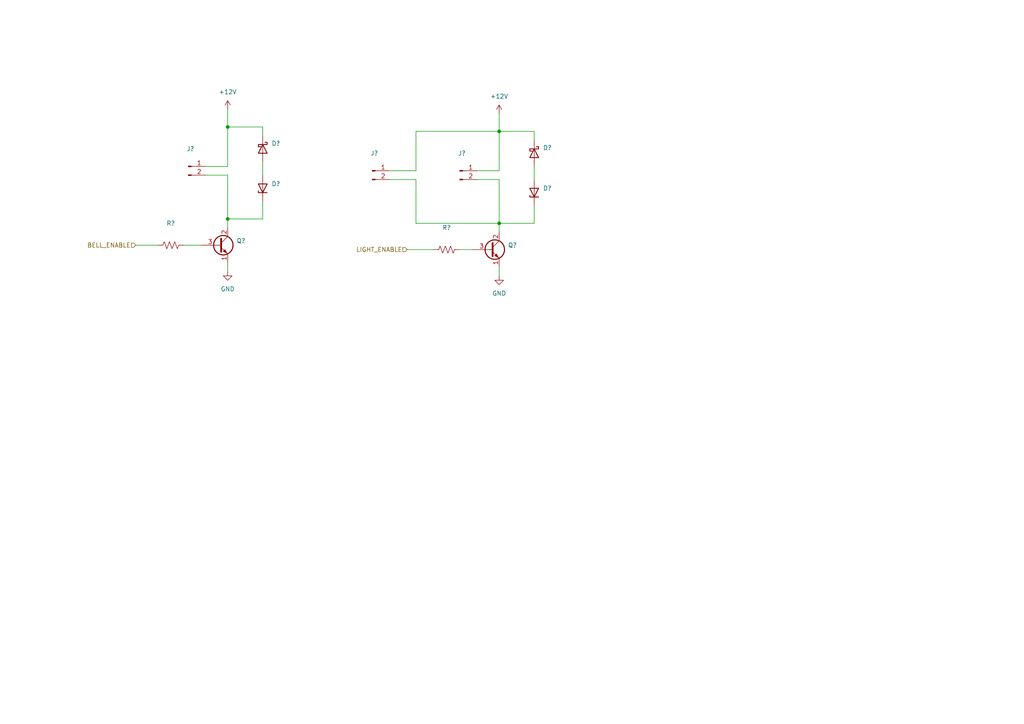
<source format=kicad_sch>
(kicad_sch (version 20211123) (generator eeschema)

  (uuid c9718a95-dc19-4cb1-93fb-3b69da734db6)

  (paper "A4")

  (lib_symbols
    (symbol "Connector:Conn_01x02_Male" (pin_names (offset 1.016) hide) (in_bom yes) (on_board yes)
      (property "Reference" "J" (id 0) (at 0 2.54 0)
        (effects (font (size 1.27 1.27)))
      )
      (property "Value" "Conn_01x02_Male" (id 1) (at 0 -5.08 0)
        (effects (font (size 1.27 1.27)))
      )
      (property "Footprint" "" (id 2) (at 0 0 0)
        (effects (font (size 1.27 1.27)) hide)
      )
      (property "Datasheet" "~" (id 3) (at 0 0 0)
        (effects (font (size 1.27 1.27)) hide)
      )
      (property "ki_keywords" "connector" (id 4) (at 0 0 0)
        (effects (font (size 1.27 1.27)) hide)
      )
      (property "ki_description" "Generic connector, single row, 01x02, script generated (kicad-library-utils/schlib/autogen/connector/)" (id 5) (at 0 0 0)
        (effects (font (size 1.27 1.27)) hide)
      )
      (property "ki_fp_filters" "Connector*:*_1x??_*" (id 6) (at 0 0 0)
        (effects (font (size 1.27 1.27)) hide)
      )
      (symbol "Conn_01x02_Male_1_1"
        (polyline
          (pts
            (xy 1.27 -2.54)
            (xy 0.8636 -2.54)
          )
          (stroke (width 0.1524) (type default) (color 0 0 0 0))
          (fill (type none))
        )
        (polyline
          (pts
            (xy 1.27 0)
            (xy 0.8636 0)
          )
          (stroke (width 0.1524) (type default) (color 0 0 0 0))
          (fill (type none))
        )
        (rectangle (start 0.8636 -2.413) (end 0 -2.667)
          (stroke (width 0.1524) (type default) (color 0 0 0 0))
          (fill (type outline))
        )
        (rectangle (start 0.8636 0.127) (end 0 -0.127)
          (stroke (width 0.1524) (type default) (color 0 0 0 0))
          (fill (type outline))
        )
        (pin passive line (at 5.08 0 180) (length 3.81)
          (name "Pin_1" (effects (font (size 1.27 1.27))))
          (number "1" (effects (font (size 1.27 1.27))))
        )
        (pin passive line (at 5.08 -2.54 180) (length 3.81)
          (name "Pin_2" (effects (font (size 1.27 1.27))))
          (number "2" (effects (font (size 1.27 1.27))))
        )
      )
    )
    (symbol "Device:D_Schottky" (pin_numbers hide) (pin_names (offset 1.016) hide) (in_bom yes) (on_board yes)
      (property "Reference" "D" (id 0) (at 0 2.54 0)
        (effects (font (size 1.27 1.27)))
      )
      (property "Value" "D_Schottky" (id 1) (at 0 -2.54 0)
        (effects (font (size 1.27 1.27)))
      )
      (property "Footprint" "" (id 2) (at 0 0 0)
        (effects (font (size 1.27 1.27)) hide)
      )
      (property "Datasheet" "~" (id 3) (at 0 0 0)
        (effects (font (size 1.27 1.27)) hide)
      )
      (property "ki_keywords" "diode Schottky" (id 4) (at 0 0 0)
        (effects (font (size 1.27 1.27)) hide)
      )
      (property "ki_description" "Schottky diode" (id 5) (at 0 0 0)
        (effects (font (size 1.27 1.27)) hide)
      )
      (property "ki_fp_filters" "TO-???* *_Diode_* *SingleDiode* D_*" (id 6) (at 0 0 0)
        (effects (font (size 1.27 1.27)) hide)
      )
      (symbol "D_Schottky_0_1"
        (polyline
          (pts
            (xy 1.27 0)
            (xy -1.27 0)
          )
          (stroke (width 0) (type default) (color 0 0 0 0))
          (fill (type none))
        )
        (polyline
          (pts
            (xy 1.27 1.27)
            (xy 1.27 -1.27)
            (xy -1.27 0)
            (xy 1.27 1.27)
          )
          (stroke (width 0.254) (type default) (color 0 0 0 0))
          (fill (type none))
        )
        (polyline
          (pts
            (xy -1.905 0.635)
            (xy -1.905 1.27)
            (xy -1.27 1.27)
            (xy -1.27 -1.27)
            (xy -0.635 -1.27)
            (xy -0.635 -0.635)
          )
          (stroke (width 0.254) (type default) (color 0 0 0 0))
          (fill (type none))
        )
      )
      (symbol "D_Schottky_1_1"
        (pin passive line (at -3.81 0 0) (length 2.54)
          (name "K" (effects (font (size 1.27 1.27))))
          (number "1" (effects (font (size 1.27 1.27))))
        )
        (pin passive line (at 3.81 0 180) (length 2.54)
          (name "A" (effects (font (size 1.27 1.27))))
          (number "2" (effects (font (size 1.27 1.27))))
        )
      )
    )
    (symbol "Device:D_Zener" (pin_numbers hide) (pin_names (offset 1.016) hide) (in_bom yes) (on_board yes)
      (property "Reference" "D" (id 0) (at 0 2.54 0)
        (effects (font (size 1.27 1.27)))
      )
      (property "Value" "D_Zener" (id 1) (at 0 -2.54 0)
        (effects (font (size 1.27 1.27)))
      )
      (property "Footprint" "" (id 2) (at 0 0 0)
        (effects (font (size 1.27 1.27)) hide)
      )
      (property "Datasheet" "~" (id 3) (at 0 0 0)
        (effects (font (size 1.27 1.27)) hide)
      )
      (property "ki_keywords" "diode" (id 4) (at 0 0 0)
        (effects (font (size 1.27 1.27)) hide)
      )
      (property "ki_description" "Zener diode" (id 5) (at 0 0 0)
        (effects (font (size 1.27 1.27)) hide)
      )
      (property "ki_fp_filters" "TO-???* *_Diode_* *SingleDiode* D_*" (id 6) (at 0 0 0)
        (effects (font (size 1.27 1.27)) hide)
      )
      (symbol "D_Zener_0_1"
        (polyline
          (pts
            (xy 1.27 0)
            (xy -1.27 0)
          )
          (stroke (width 0) (type default) (color 0 0 0 0))
          (fill (type none))
        )
        (polyline
          (pts
            (xy -1.27 -1.27)
            (xy -1.27 1.27)
            (xy -0.762 1.27)
          )
          (stroke (width 0.254) (type default) (color 0 0 0 0))
          (fill (type none))
        )
        (polyline
          (pts
            (xy 1.27 -1.27)
            (xy 1.27 1.27)
            (xy -1.27 0)
            (xy 1.27 -1.27)
          )
          (stroke (width 0.254) (type default) (color 0 0 0 0))
          (fill (type none))
        )
      )
      (symbol "D_Zener_1_1"
        (pin passive line (at -3.81 0 0) (length 2.54)
          (name "K" (effects (font (size 1.27 1.27))))
          (number "1" (effects (font (size 1.27 1.27))))
        )
        (pin passive line (at 3.81 0 180) (length 2.54)
          (name "A" (effects (font (size 1.27 1.27))))
          (number "2" (effects (font (size 1.27 1.27))))
        )
      )
    )
    (symbol "Device:R_US" (pin_numbers hide) (pin_names (offset 0)) (in_bom yes) (on_board yes)
      (property "Reference" "R" (id 0) (at 2.54 0 90)
        (effects (font (size 1.27 1.27)))
      )
      (property "Value" "R_US" (id 1) (at -2.54 0 90)
        (effects (font (size 1.27 1.27)))
      )
      (property "Footprint" "" (id 2) (at 1.016 -0.254 90)
        (effects (font (size 1.27 1.27)) hide)
      )
      (property "Datasheet" "~" (id 3) (at 0 0 0)
        (effects (font (size 1.27 1.27)) hide)
      )
      (property "ki_keywords" "R res resistor" (id 4) (at 0 0 0)
        (effects (font (size 1.27 1.27)) hide)
      )
      (property "ki_description" "Resistor, US symbol" (id 5) (at 0 0 0)
        (effects (font (size 1.27 1.27)) hide)
      )
      (property "ki_fp_filters" "R_*" (id 6) (at 0 0 0)
        (effects (font (size 1.27 1.27)) hide)
      )
      (symbol "R_US_0_1"
        (polyline
          (pts
            (xy 0 -2.286)
            (xy 0 -2.54)
          )
          (stroke (width 0) (type default) (color 0 0 0 0))
          (fill (type none))
        )
        (polyline
          (pts
            (xy 0 2.286)
            (xy 0 2.54)
          )
          (stroke (width 0) (type default) (color 0 0 0 0))
          (fill (type none))
        )
        (polyline
          (pts
            (xy 0 -0.762)
            (xy 1.016 -1.143)
            (xy 0 -1.524)
            (xy -1.016 -1.905)
            (xy 0 -2.286)
          )
          (stroke (width 0) (type default) (color 0 0 0 0))
          (fill (type none))
        )
        (polyline
          (pts
            (xy 0 0.762)
            (xy 1.016 0.381)
            (xy 0 0)
            (xy -1.016 -0.381)
            (xy 0 -0.762)
          )
          (stroke (width 0) (type default) (color 0 0 0 0))
          (fill (type none))
        )
        (polyline
          (pts
            (xy 0 2.286)
            (xy 1.016 1.905)
            (xy 0 1.524)
            (xy -1.016 1.143)
            (xy 0 0.762)
          )
          (stroke (width 0) (type default) (color 0 0 0 0))
          (fill (type none))
        )
      )
      (symbol "R_US_1_1"
        (pin passive line (at 0 3.81 270) (length 1.27)
          (name "~" (effects (font (size 1.27 1.27))))
          (number "1" (effects (font (size 1.27 1.27))))
        )
        (pin passive line (at 0 -3.81 90) (length 1.27)
          (name "~" (effects (font (size 1.27 1.27))))
          (number "2" (effects (font (size 1.27 1.27))))
        )
      )
    )
    (symbol "Transistor_BJT:BD139" (pin_names (offset 0) hide) (in_bom yes) (on_board yes)
      (property "Reference" "Q" (id 0) (at 5.08 1.905 0)
        (effects (font (size 1.27 1.27)) (justify left))
      )
      (property "Value" "BD139" (id 1) (at 5.08 0 0)
        (effects (font (size 1.27 1.27)) (justify left))
      )
      (property "Footprint" "Package_TO_SOT_THT:TO-126-3_Vertical" (id 2) (at 5.08 -1.905 0)
        (effects (font (size 1.27 1.27) italic) (justify left) hide)
      )
      (property "Datasheet" "http://www.st.com/internet/com/TECHNICAL_RESOURCES/TECHNICAL_LITERATURE/DATASHEET/CD00001225.pdf" (id 3) (at 0 0 0)
        (effects (font (size 1.27 1.27)) (justify left) hide)
      )
      (property "ki_keywords" "Low Voltage Transistor" (id 4) (at 0 0 0)
        (effects (font (size 1.27 1.27)) hide)
      )
      (property "ki_description" "1.5A Ic, 80V Vce, Low Voltage Transistor, TO-126" (id 5) (at 0 0 0)
        (effects (font (size 1.27 1.27)) hide)
      )
      (property "ki_fp_filters" "TO?126*" (id 6) (at 0 0 0)
        (effects (font (size 1.27 1.27)) hide)
      )
      (symbol "BD139_0_1"
        (polyline
          (pts
            (xy 0 0)
            (xy 0.635 0)
          )
          (stroke (width 0) (type default) (color 0 0 0 0))
          (fill (type none))
        )
        (polyline
          (pts
            (xy 2.54 -2.54)
            (xy 0.635 -0.635)
          )
          (stroke (width 0) (type default) (color 0 0 0 0))
          (fill (type none))
        )
        (polyline
          (pts
            (xy 2.54 2.54)
            (xy 0.635 0.635)
          )
          (stroke (width 0) (type default) (color 0 0 0 0))
          (fill (type none))
        )
        (polyline
          (pts
            (xy 0.635 1.905)
            (xy 0.635 -1.905)
            (xy 0.635 -1.905)
          )
          (stroke (width 0.508) (type default) (color 0 0 0 0))
          (fill (type outline))
        )
        (polyline
          (pts
            (xy 1.2446 -1.778)
            (xy 1.7526 -1.27)
            (xy 2.286 -2.286)
            (xy 1.2446 -1.778)
            (xy 1.2446 -1.778)
          )
          (stroke (width 0) (type default) (color 0 0 0 0))
          (fill (type outline))
        )
        (circle (center 1.27 0) (radius 2.8194)
          (stroke (width 0.3048) (type default) (color 0 0 0 0))
          (fill (type none))
        )
      )
      (symbol "BD139_1_1"
        (pin passive line (at 2.54 -5.08 90) (length 2.54)
          (name "E" (effects (font (size 1.27 1.27))))
          (number "1" (effects (font (size 1.27 1.27))))
        )
        (pin passive line (at 2.54 5.08 270) (length 2.54)
          (name "C" (effects (font (size 1.27 1.27))))
          (number "2" (effects (font (size 1.27 1.27))))
        )
        (pin input line (at -5.08 0 0) (length 5.08)
          (name "B" (effects (font (size 1.27 1.27))))
          (number "3" (effects (font (size 1.27 1.27))))
        )
      )
    )
    (symbol "power:+12V" (power) (pin_names (offset 0)) (in_bom yes) (on_board yes)
      (property "Reference" "#PWR" (id 0) (at 0 -3.81 0)
        (effects (font (size 1.27 1.27)) hide)
      )
      (property "Value" "+12V" (id 1) (at 0 3.556 0)
        (effects (font (size 1.27 1.27)))
      )
      (property "Footprint" "" (id 2) (at 0 0 0)
        (effects (font (size 1.27 1.27)) hide)
      )
      (property "Datasheet" "" (id 3) (at 0 0 0)
        (effects (font (size 1.27 1.27)) hide)
      )
      (property "ki_keywords" "power-flag" (id 4) (at 0 0 0)
        (effects (font (size 1.27 1.27)) hide)
      )
      (property "ki_description" "Power symbol creates a global label with name \"+12V\"" (id 5) (at 0 0 0)
        (effects (font (size 1.27 1.27)) hide)
      )
      (symbol "+12V_0_1"
        (polyline
          (pts
            (xy -0.762 1.27)
            (xy 0 2.54)
          )
          (stroke (width 0) (type default) (color 0 0 0 0))
          (fill (type none))
        )
        (polyline
          (pts
            (xy 0 0)
            (xy 0 2.54)
          )
          (stroke (width 0) (type default) (color 0 0 0 0))
          (fill (type none))
        )
        (polyline
          (pts
            (xy 0 2.54)
            (xy 0.762 1.27)
          )
          (stroke (width 0) (type default) (color 0 0 0 0))
          (fill (type none))
        )
      )
      (symbol "+12V_1_1"
        (pin power_in line (at 0 0 90) (length 0) hide
          (name "+12V" (effects (font (size 1.27 1.27))))
          (number "1" (effects (font (size 1.27 1.27))))
        )
      )
    )
    (symbol "power:GND" (power) (pin_names (offset 0)) (in_bom yes) (on_board yes)
      (property "Reference" "#PWR" (id 0) (at 0 -6.35 0)
        (effects (font (size 1.27 1.27)) hide)
      )
      (property "Value" "GND" (id 1) (at 0 -3.81 0)
        (effects (font (size 1.27 1.27)))
      )
      (property "Footprint" "" (id 2) (at 0 0 0)
        (effects (font (size 1.27 1.27)) hide)
      )
      (property "Datasheet" "" (id 3) (at 0 0 0)
        (effects (font (size 1.27 1.27)) hide)
      )
      (property "ki_keywords" "power-flag" (id 4) (at 0 0 0)
        (effects (font (size 1.27 1.27)) hide)
      )
      (property "ki_description" "Power symbol creates a global label with name \"GND\" , ground" (id 5) (at 0 0 0)
        (effects (font (size 1.27 1.27)) hide)
      )
      (symbol "GND_0_1"
        (polyline
          (pts
            (xy 0 0)
            (xy 0 -1.27)
            (xy 1.27 -1.27)
            (xy 0 -2.54)
            (xy -1.27 -1.27)
            (xy 0 -1.27)
          )
          (stroke (width 0) (type default) (color 0 0 0 0))
          (fill (type none))
        )
      )
      (symbol "GND_1_1"
        (pin power_in line (at 0 0 270) (length 0) hide
          (name "GND" (effects (font (size 1.27 1.27))))
          (number "1" (effects (font (size 1.27 1.27))))
        )
      )
    )
  )

  (junction (at 144.78 64.77) (diameter 0) (color 0 0 0 0)
    (uuid 12c69305-bbdb-48f0-9560-9659ce0fa116)
  )
  (junction (at 66.04 36.83) (diameter 0) (color 0 0 0 0)
    (uuid 3498347e-04dc-44a2-a653-0645600260a7)
  )
  (junction (at 66.04 63.5) (diameter 0) (color 0 0 0 0)
    (uuid 7e277dde-5ee0-4455-aaf3-c4b1f6bf198b)
  )
  (junction (at 144.78 38.1) (diameter 0) (color 0 0 0 0)
    (uuid c16f30a4-ef56-4a8f-94f4-0a009d0f4732)
  )

  (wire (pts (xy 113.03 52.07) (xy 120.65 52.07))
    (stroke (width 0) (type default) (color 0 0 0 0))
    (uuid 00d0cbae-fd80-406b-8dfb-f4ec468a44b1)
  )
  (wire (pts (xy 66.04 76.2) (xy 66.04 78.74))
    (stroke (width 0) (type default) (color 0 0 0 0))
    (uuid 07ebf787-61f1-419e-a2ef-b3c9954ebab3)
  )
  (wire (pts (xy 76.2 63.5) (xy 66.04 63.5))
    (stroke (width 0) (type default) (color 0 0 0 0))
    (uuid 0aa5ee5a-02f5-4237-abea-cf37dfa3f820)
  )
  (wire (pts (xy 76.2 36.83) (xy 76.2 39.37))
    (stroke (width 0) (type default) (color 0 0 0 0))
    (uuid 0abab49a-f63a-4a53-a2da-3bd8f5ef6b77)
  )
  (wire (pts (xy 120.65 38.1) (xy 120.65 49.53))
    (stroke (width 0) (type default) (color 0 0 0 0))
    (uuid 112738c2-36cf-441b-be9e-7963f5bd2f17)
  )
  (wire (pts (xy 154.94 48.26) (xy 154.94 52.07))
    (stroke (width 0) (type default) (color 0 0 0 0))
    (uuid 17d2eb70-9709-44a6-a92b-7d351b1f1510)
  )
  (wire (pts (xy 144.78 77.47) (xy 144.78 80.01))
    (stroke (width 0) (type default) (color 0 0 0 0))
    (uuid 198e0c0e-020c-44f3-b99d-ed950784bf00)
  )
  (wire (pts (xy 53.34 71.12) (xy 58.42 71.12))
    (stroke (width 0) (type default) (color 0 0 0 0))
    (uuid 1deb7650-2481-475a-96f3-15c2cbae23b7)
  )
  (wire (pts (xy 144.78 52.07) (xy 144.78 64.77))
    (stroke (width 0) (type default) (color 0 0 0 0))
    (uuid 27047728-10d8-4d86-9035-d648c65cda6e)
  )
  (wire (pts (xy 120.65 49.53) (xy 113.03 49.53))
    (stroke (width 0) (type default) (color 0 0 0 0))
    (uuid 2c26548f-9ebe-44b9-8c46-8b756299aa4b)
  )
  (wire (pts (xy 144.78 38.1) (xy 154.94 38.1))
    (stroke (width 0) (type default) (color 0 0 0 0))
    (uuid 2e2de21d-20bd-4b1f-b7b6-9e824e88c150)
  )
  (wire (pts (xy 133.35 72.39) (xy 137.16 72.39))
    (stroke (width 0) (type default) (color 0 0 0 0))
    (uuid 3d36c45d-e58a-491c-8972-c3fe58b3f89c)
  )
  (wire (pts (xy 154.94 38.1) (xy 154.94 40.64))
    (stroke (width 0) (type default) (color 0 0 0 0))
    (uuid 4f0b8eff-de89-418a-8708-3b510d553d6e)
  )
  (wire (pts (xy 154.94 59.69) (xy 154.94 64.77))
    (stroke (width 0) (type default) (color 0 0 0 0))
    (uuid 5192a098-1376-461e-961e-f9facbeb704c)
  )
  (wire (pts (xy 39.37 71.12) (xy 45.72 71.12))
    (stroke (width 0) (type default) (color 0 0 0 0))
    (uuid 57349d4e-620a-4a6b-afea-6d60e8ad0f5b)
  )
  (wire (pts (xy 144.78 64.77) (xy 144.78 67.31))
    (stroke (width 0) (type default) (color 0 0 0 0))
    (uuid 573ea234-5957-45d7-b574-40fdafbb4629)
  )
  (wire (pts (xy 154.94 64.77) (xy 144.78 64.77))
    (stroke (width 0) (type default) (color 0 0 0 0))
    (uuid 5b1bf2d4-0b17-434d-a07b-8290e04bdd5e)
  )
  (wire (pts (xy 120.65 64.77) (xy 144.78 64.77))
    (stroke (width 0) (type default) (color 0 0 0 0))
    (uuid 5bbd4348-b1ab-45f7-a92d-e619b76c4e89)
  )
  (wire (pts (xy 59.69 50.8) (xy 66.04 50.8))
    (stroke (width 0) (type default) (color 0 0 0 0))
    (uuid 60ae2b76-e619-4f47-b08e-2066f925aa25)
  )
  (wire (pts (xy 66.04 50.8) (xy 66.04 63.5))
    (stroke (width 0) (type default) (color 0 0 0 0))
    (uuid 6a70c795-94a7-4115-b5d6-ce6e0354faf0)
  )
  (wire (pts (xy 144.78 38.1) (xy 144.78 49.53))
    (stroke (width 0) (type default) (color 0 0 0 0))
    (uuid 73529a83-b2f7-494d-b818-fb9af237fbff)
  )
  (wire (pts (xy 66.04 31.75) (xy 66.04 36.83))
    (stroke (width 0) (type default) (color 0 0 0 0))
    (uuid 765a1389-89ea-49f7-b1df-77fb0c0de4be)
  )
  (wire (pts (xy 120.65 52.07) (xy 120.65 64.77))
    (stroke (width 0) (type default) (color 0 0 0 0))
    (uuid 847cca63-ec74-428d-b8da-68b3323fff08)
  )
  (wire (pts (xy 66.04 36.83) (xy 66.04 48.26))
    (stroke (width 0) (type default) (color 0 0 0 0))
    (uuid 89e0d612-6de0-4349-a65a-148d12d186e1)
  )
  (wire (pts (xy 118.11 72.39) (xy 125.73 72.39))
    (stroke (width 0) (type default) (color 0 0 0 0))
    (uuid 8ce326c8-d395-47e1-8c4d-81010c3bd759)
  )
  (wire (pts (xy 66.04 48.26) (xy 59.69 48.26))
    (stroke (width 0) (type default) (color 0 0 0 0))
    (uuid 981a59c6-1718-499d-b7e9-22b116f7349c)
  )
  (wire (pts (xy 66.04 63.5) (xy 66.04 66.04))
    (stroke (width 0) (type default) (color 0 0 0 0))
    (uuid a2d38e9c-1aca-435b-a560-a389ffa543c0)
  )
  (wire (pts (xy 144.78 49.53) (xy 138.43 49.53))
    (stroke (width 0) (type default) (color 0 0 0 0))
    (uuid aff5f026-a1b0-4b6e-947e-5577a7d2b1e3)
  )
  (wire (pts (xy 138.43 52.07) (xy 144.78 52.07))
    (stroke (width 0) (type default) (color 0 0 0 0))
    (uuid b117bb70-9d79-4a8f-a506-9d1b03cbfe12)
  )
  (wire (pts (xy 76.2 58.42) (xy 76.2 63.5))
    (stroke (width 0) (type default) (color 0 0 0 0))
    (uuid b8573c4e-349b-49df-954e-c964bae16a1e)
  )
  (wire (pts (xy 66.04 36.83) (xy 76.2 36.83))
    (stroke (width 0) (type default) (color 0 0 0 0))
    (uuid ca9cebaa-bf76-4f48-8778-9108c0b461d2)
  )
  (wire (pts (xy 144.78 38.1) (xy 120.65 38.1))
    (stroke (width 0) (type default) (color 0 0 0 0))
    (uuid d43d542a-63d5-46a0-b59f-55c966ea51ab)
  )
  (wire (pts (xy 76.2 46.99) (xy 76.2 50.8))
    (stroke (width 0) (type default) (color 0 0 0 0))
    (uuid eaac0a93-39f9-40b6-beb9-63525a78e4eb)
  )
  (wire (pts (xy 144.78 33.02) (xy 144.78 38.1))
    (stroke (width 0) (type default) (color 0 0 0 0))
    (uuid f773ca47-1ab7-4db2-8b88-4a05d84ed056)
  )

  (hierarchical_label "BELL_ENABLE" (shape input) (at 39.37 71.12 180)
    (effects (font (size 1.27 1.27)) (justify right))
    (uuid a1fdd41b-007f-4afa-a7ad-2cfe446c45fc)
  )
  (hierarchical_label "LIGHT_ENABLE" (shape input) (at 118.11 72.39 180)
    (effects (font (size 1.27 1.27)) (justify right))
    (uuid b731e7da-94e7-47ab-95d0-83b6fda8c29b)
  )

  (symbol (lib_id "power:+12V") (at 66.04 31.75 0) (unit 1)
    (in_bom yes) (on_board yes) (fields_autoplaced)
    (uuid 15cbfe22-19fd-4748-ae50-82318bb1c91c)
    (property "Reference" "#PWR?" (id 0) (at 66.04 35.56 0)
      (effects (font (size 1.27 1.27)) hide)
    )
    (property "Value" "" (id 1) (at 66.04 26.67 0))
    (property "Footprint" "" (id 2) (at 66.04 31.75 0)
      (effects (font (size 1.27 1.27)) hide)
    )
    (property "Datasheet" "" (id 3) (at 66.04 31.75 0)
      (effects (font (size 1.27 1.27)) hide)
    )
    (pin "1" (uuid fb9c4eb0-c0c2-4d3e-ad87-ac3cb0f56669))
  )

  (symbol (lib_id "Transistor_BJT:BD139") (at 142.24 72.39 0) (unit 1)
    (in_bom yes) (on_board yes) (fields_autoplaced)
    (uuid 1a8af767-723f-47b6-8703-06556a19dcbc)
    (property "Reference" "Q?" (id 0) (at 147.32 71.1199 0)
      (effects (font (size 1.27 1.27)) (justify left))
    )
    (property "Value" "" (id 1) (at 147.32 73.6599 0)
      (effects (font (size 1.27 1.27)) (justify left))
    )
    (property "Footprint" "" (id 2) (at 147.32 74.295 0)
      (effects (font (size 1.27 1.27) italic) (justify left) hide)
    )
    (property "Datasheet" "http://www.st.com/internet/com/TECHNICAL_RESOURCES/TECHNICAL_LITERATURE/DATASHEET/CD00001225.pdf" (id 3) (at 142.24 72.39 0)
      (effects (font (size 1.27 1.27)) (justify left) hide)
    )
    (pin "1" (uuid 2bda0b4b-f328-4e1f-8574-8ebdaeff65f0))
    (pin "2" (uuid dcbdd28a-6376-4385-a819-1646f944b559))
    (pin "3" (uuid e5465bf9-d6b5-482b-b796-5928a04a6917))
  )

  (symbol (lib_id "Device:D_Zener") (at 154.94 55.88 90) (unit 1)
    (in_bom yes) (on_board yes) (fields_autoplaced)
    (uuid 1b562afa-5d99-4ff8-a899-132bd5bcb85c)
    (property "Reference" "D?" (id 0) (at 157.48 54.6099 90)
      (effects (font (size 1.27 1.27)) (justify right))
    )
    (property "Value" "" (id 1) (at 157.48 57.1499 90)
      (effects (font (size 1.27 1.27)) (justify right))
    )
    (property "Footprint" "" (id 2) (at 154.94 55.88 0)
      (effects (font (size 1.27 1.27)) hide)
    )
    (property "Datasheet" "~" (id 3) (at 154.94 55.88 0)
      (effects (font (size 1.27 1.27)) hide)
    )
    (property "MPN" "1N5349" (id 4) (at 154.94 55.88 0)
      (effects (font (size 1.27 1.27)) hide)
    )
    (pin "1" (uuid 13538218-3da5-4324-82f5-e025320be438))
    (pin "2" (uuid a798e1ab-c5e4-447d-b517-633f13fcfc2a))
  )

  (symbol (lib_id "Connector:Conn_01x02_Male") (at 107.95 49.53 0) (unit 1)
    (in_bom yes) (on_board yes) (fields_autoplaced)
    (uuid 41a8adea-2e0b-4467-bb47-2ac524e92682)
    (property "Reference" "J?" (id 0) (at 108.585 44.45 0))
    (property "Value" "" (id 1) (at 108.585 46.99 0))
    (property "Footprint" "" (id 2) (at 107.95 49.53 0)
      (effects (font (size 1.27 1.27)) hide)
    )
    (property "Datasheet" "~" (id 3) (at 107.95 49.53 0)
      (effects (font (size 1.27 1.27)) hide)
    )
    (pin "1" (uuid 63c63242-dabf-4675-b71e-4068b39cb9bb))
    (pin "2" (uuid 9ca25078-3efd-47f9-9122-633284eb2a37))
  )

  (symbol (lib_id "Transistor_BJT:BD139") (at 63.5 71.12 0) (unit 1)
    (in_bom yes) (on_board yes) (fields_autoplaced)
    (uuid 5ef3b2fd-2e7c-4931-b027-1cd4b6fe30c2)
    (property "Reference" "Q?" (id 0) (at 68.58 69.8499 0)
      (effects (font (size 1.27 1.27)) (justify left))
    )
    (property "Value" "" (id 1) (at 68.58 72.3899 0)
      (effects (font (size 1.27 1.27)) (justify left))
    )
    (property "Footprint" "" (id 2) (at 68.58 73.025 0)
      (effects (font (size 1.27 1.27) italic) (justify left) hide)
    )
    (property "Datasheet" "http://www.st.com/internet/com/TECHNICAL_RESOURCES/TECHNICAL_LITERATURE/DATASHEET/CD00001225.pdf" (id 3) (at 63.5 71.12 0)
      (effects (font (size 1.27 1.27)) (justify left) hide)
    )
    (pin "1" (uuid 767dcef3-cb06-4d1e-b4f2-3d2936187820))
    (pin "2" (uuid 60b8b3da-ef77-44e4-913b-5cd5d604f431))
    (pin "3" (uuid 86b20541-2277-4a16-85d0-13a1c965b307))
  )

  (symbol (lib_id "power:+12V") (at 144.78 33.02 0) (unit 1)
    (in_bom yes) (on_board yes) (fields_autoplaced)
    (uuid 6f42346e-285f-4db5-b117-e7fd200ead37)
    (property "Reference" "#PWR?" (id 0) (at 144.78 36.83 0)
      (effects (font (size 1.27 1.27)) hide)
    )
    (property "Value" "" (id 1) (at 144.78 27.94 0))
    (property "Footprint" "" (id 2) (at 144.78 33.02 0)
      (effects (font (size 1.27 1.27)) hide)
    )
    (property "Datasheet" "" (id 3) (at 144.78 33.02 0)
      (effects (font (size 1.27 1.27)) hide)
    )
    (pin "1" (uuid ca30a58c-2485-4267-a79f-83ec7a46fb14))
  )

  (symbol (lib_id "power:GND") (at 66.04 78.74 0) (unit 1)
    (in_bom yes) (on_board yes) (fields_autoplaced)
    (uuid 759603c2-74b3-4b44-a60d-849751cb1aa8)
    (property "Reference" "#PWR?" (id 0) (at 66.04 85.09 0)
      (effects (font (size 1.27 1.27)) hide)
    )
    (property "Value" "" (id 1) (at 66.04 83.82 0))
    (property "Footprint" "" (id 2) (at 66.04 78.74 0)
      (effects (font (size 1.27 1.27)) hide)
    )
    (property "Datasheet" "" (id 3) (at 66.04 78.74 0)
      (effects (font (size 1.27 1.27)) hide)
    )
    (pin "1" (uuid f735b506-d54b-451b-8e08-e3dcf86d1d7a))
  )

  (symbol (lib_id "Device:D_Schottky") (at 76.2 43.18 270) (unit 1)
    (in_bom yes) (on_board yes) (fields_autoplaced)
    (uuid 7b0bc771-9a50-4ee1-8f4f-459bc5d05035)
    (property "Reference" "D?" (id 0) (at 78.74 41.5924 90)
      (effects (font (size 1.27 1.27)) (justify left))
    )
    (property "Value" "" (id 1) (at 78.74 44.1324 90)
      (effects (font (size 1.27 1.27)) (justify left))
    )
    (property "Footprint" "" (id 2) (at 76.2 43.18 0)
      (effects (font (size 1.27 1.27)) hide)
    )
    (property "Datasheet" "~" (id 3) (at 76.2 43.18 0)
      (effects (font (size 1.27 1.27)) hide)
    )
    (property "MPN" "1N5819" (id 4) (at 76.2 43.18 0)
      (effects (font (size 1.27 1.27)) hide)
    )
    (pin "1" (uuid c47bb8bc-f6ef-47d4-88e4-70546f52e8fd))
    (pin "2" (uuid f74171b9-c7a7-446b-878e-90a890b72745))
  )

  (symbol (lib_id "power:GND") (at 144.78 80.01 0) (unit 1)
    (in_bom yes) (on_board yes) (fields_autoplaced)
    (uuid 7f05170a-c409-44fa-ad47-c44784f134ac)
    (property "Reference" "#PWR?" (id 0) (at 144.78 86.36 0)
      (effects (font (size 1.27 1.27)) hide)
    )
    (property "Value" "" (id 1) (at 144.78 85.09 0))
    (property "Footprint" "" (id 2) (at 144.78 80.01 0)
      (effects (font (size 1.27 1.27)) hide)
    )
    (property "Datasheet" "" (id 3) (at 144.78 80.01 0)
      (effects (font (size 1.27 1.27)) hide)
    )
    (pin "1" (uuid 075be9bc-82b2-41ac-b66c-6ce05dacaab5))
  )

  (symbol (lib_id "Connector:Conn_01x02_Male") (at 133.35 49.53 0) (unit 1)
    (in_bom yes) (on_board yes) (fields_autoplaced)
    (uuid a299ebc2-95f6-4ea2-ab84-7981fb20f847)
    (property "Reference" "J?" (id 0) (at 133.985 44.45 0))
    (property "Value" "" (id 1) (at 133.985 46.99 0))
    (property "Footprint" "" (id 2) (at 133.35 49.53 0)
      (effects (font (size 1.27 1.27)) hide)
    )
    (property "Datasheet" "~" (id 3) (at 133.35 49.53 0)
      (effects (font (size 1.27 1.27)) hide)
    )
    (pin "1" (uuid 85f8c89f-1303-421a-b302-4eef57f86f9e))
    (pin "2" (uuid a6ca0128-2da2-4b19-95e8-e0e2f1e10492))
  )

  (symbol (lib_id "Device:D_Schottky") (at 154.94 44.45 270) (unit 1)
    (in_bom yes) (on_board yes) (fields_autoplaced)
    (uuid a2e3a626-d0a3-4a7f-ae4a-a49cff35af9e)
    (property "Reference" "D?" (id 0) (at 157.48 42.8624 90)
      (effects (font (size 1.27 1.27)) (justify left))
    )
    (property "Value" "" (id 1) (at 157.48 45.4024 90)
      (effects (font (size 1.27 1.27)) (justify left))
    )
    (property "Footprint" "" (id 2) (at 154.94 44.45 0)
      (effects (font (size 1.27 1.27)) hide)
    )
    (property "Datasheet" "~" (id 3) (at 154.94 44.45 0)
      (effects (font (size 1.27 1.27)) hide)
    )
    (property "MPN" "1N5819" (id 4) (at 154.94 44.45 0)
      (effects (font (size 1.27 1.27)) hide)
    )
    (pin "1" (uuid 002c7282-ef9e-4095-9c74-6dd96762f7d6))
    (pin "2" (uuid a02b19ed-1ea2-4774-8bc4-5bdf0820f48b))
  )

  (symbol (lib_id "Connector:Conn_01x02_Male") (at 54.61 48.26 0) (unit 1)
    (in_bom yes) (on_board yes) (fields_autoplaced)
    (uuid c51cadfe-ba68-4c9e-846a-04ba59ce3881)
    (property "Reference" "J?" (id 0) (at 55.245 43.18 0))
    (property "Value" "" (id 1) (at 55.245 45.72 0))
    (property "Footprint" "" (id 2) (at 54.61 48.26 0)
      (effects (font (size 1.27 1.27)) hide)
    )
    (property "Datasheet" "~" (id 3) (at 54.61 48.26 0)
      (effects (font (size 1.27 1.27)) hide)
    )
    (pin "1" (uuid a379c1a5-da6d-4bac-bb4c-be693dc91efa))
    (pin "2" (uuid b0acbd62-a619-4be8-9042-9b745bf5e8cb))
  )

  (symbol (lib_id "Device:R_US") (at 49.53 71.12 90) (unit 1)
    (in_bom yes) (on_board yes) (fields_autoplaced)
    (uuid cdab746b-3ada-4d70-aa26-03c87d98a83b)
    (property "Reference" "R?" (id 0) (at 49.53 64.77 90))
    (property "Value" "" (id 1) (at 49.53 67.31 90))
    (property "Footprint" "" (id 2) (at 49.784 70.104 90)
      (effects (font (size 1.27 1.27)) hide)
    )
    (property "Datasheet" "~" (id 3) (at 49.53 71.12 0)
      (effects (font (size 1.27 1.27)) hide)
    )
    (pin "1" (uuid 926f2219-b1d9-42d8-974d-256a49283e2b))
    (pin "2" (uuid 95d07375-821c-4f5a-bdac-fd07c3513cf4))
  )

  (symbol (lib_id "Device:D_Zener") (at 76.2 54.61 90) (unit 1)
    (in_bom yes) (on_board yes) (fields_autoplaced)
    (uuid d50ec943-2fb3-4952-89e6-1c0a806c4e73)
    (property "Reference" "D?" (id 0) (at 78.74 53.3399 90)
      (effects (font (size 1.27 1.27)) (justify right))
    )
    (property "Value" "" (id 1) (at 78.74 55.8799 90)
      (effects (font (size 1.27 1.27)) (justify right))
    )
    (property "Footprint" "" (id 2) (at 76.2 54.61 0)
      (effects (font (size 1.27 1.27)) hide)
    )
    (property "Datasheet" "~" (id 3) (at 76.2 54.61 0)
      (effects (font (size 1.27 1.27)) hide)
    )
    (property "MPN" "1N5349" (id 4) (at 76.2 54.61 0)
      (effects (font (size 1.27 1.27)) hide)
    )
    (pin "1" (uuid 5f3ed851-4174-4355-b825-95a5c9186973))
    (pin "2" (uuid c03af099-aef7-4b4f-8327-9128e4b060e1))
  )

  (symbol (lib_id "Device:R_US") (at 129.54 72.39 90) (unit 1)
    (in_bom yes) (on_board yes) (fields_autoplaced)
    (uuid e2c3d12c-cd94-4d75-9b49-b2a592917930)
    (property "Reference" "R?" (id 0) (at 129.54 66.04 90))
    (property "Value" "" (id 1) (at 129.54 68.58 90))
    (property "Footprint" "" (id 2) (at 129.794 71.374 90)
      (effects (font (size 1.27 1.27)) hide)
    )
    (property "Datasheet" "~" (id 3) (at 129.54 72.39 0)
      (effects (font (size 1.27 1.27)) hide)
    )
    (pin "1" (uuid 909a7a98-0917-41e7-bcd4-057a5ce8de34))
    (pin "2" (uuid baf8697a-b2e2-4879-9b1d-d600133241c4))
  )
)

</source>
